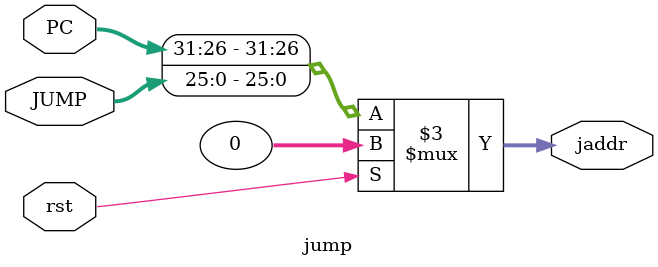
<source format=v>
`timescale 1ns / 1ps


module jump

/*** PARAMETERS ***/
#(parameter
	JUMP_WL = 26,
	DATA_WL = 32
)

/*** IN/OUT ***/
(
	// IN
	input                   rst,
	input [JUMP_WL - 1 : 0] JUMP,
	input [DATA_WL - 1 : 0] PC,
	
	// OUT
	output reg [DATA_WL - 1 : 0] jaddr
);

    always @(*)
    begin
        if(rst) jaddr = 0;
        else jaddr = {PC[31:26],JUMP};
    end
    
endmodule

</source>
